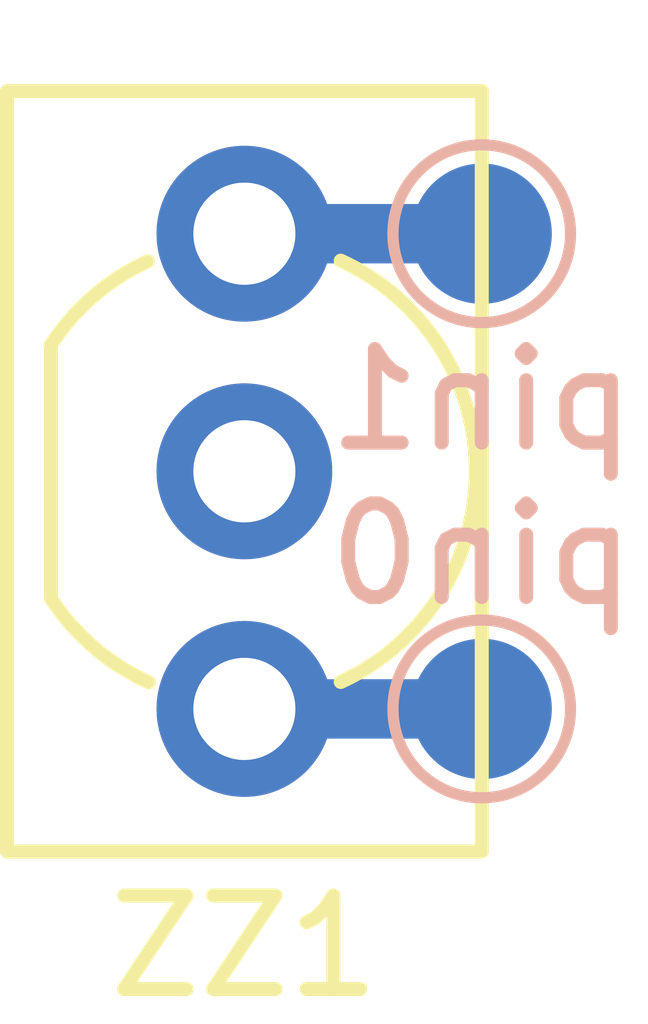
<source format=kicad_pcb>
(kicad_pcb (version 20171130) (host pcbnew "(5.1.9-0-10_14)")

  (general
    (thickness 1.6)
    (drawings 2)
    (tracks 2)
    (zones 0)
    (modules 3)
    (nets 4)
  )

  (page A4)
  (layers
    (0 F.Cu signal)
    (31 B.Cu signal)
    (32 B.Adhes user)
    (33 F.Adhes user)
    (34 B.Paste user)
    (35 F.Paste user)
    (36 B.SilkS user)
    (37 F.SilkS user)
    (38 B.Mask user)
    (39 F.Mask user)
    (40 Dwgs.User user)
    (41 Cmts.User user)
    (42 Eco1.User user)
    (43 Eco2.User user)
    (44 Edge.Cuts user)
    (45 Margin user)
    (46 B.CrtYd user hide)
    (47 F.CrtYd user hide)
    (48 B.Fab user hide)
    (49 F.Fab user hide)
  )

  (setup
    (last_trace_width 0.1524)
    (user_trace_width 0.1524)
    (user_trace_width 0.254)
    (user_trace_width 0.4064)
    (user_trace_width 0.635)
    (trace_clearance 0.1524)
    (zone_clearance 0.508)
    (zone_45_only no)
    (trace_min 0.1524)
    (via_size 0.6858)
    (via_drill 0.3048)
    (via_min_size 0.6858)
    (via_min_drill 0.3048)
    (uvia_size 0.3048)
    (uvia_drill 0.1524)
    (uvias_allowed no)
    (uvia_min_size 0.2)
    (uvia_min_drill 0.1)
    (edge_width 0.15)
    (segment_width 0.15)
    (pcb_text_width 0.3)
    (pcb_text_size 1.5 1.5)
    (mod_edge_width 0.15)
    (mod_text_size 1 1)
    (mod_text_width 0.15)
    (pad_size 1.524 1.524)
    (pad_drill 0.762)
    (pad_to_mask_clearance 0.2)
    (aux_axis_origin 0 0)
    (visible_elements FFFFFF7F)
    (pcbplotparams
      (layerselection 0x010fc_ffffffff)
      (usegerberextensions false)
      (usegerberattributes false)
      (usegerberadvancedattributes false)
      (creategerberjobfile false)
      (excludeedgelayer true)
      (linewidth 0.100000)
      (plotframeref false)
      (viasonmask false)
      (mode 1)
      (useauxorigin false)
      (hpglpennumber 1)
      (hpglpenspeed 20)
      (hpglpendiameter 15.000000)
      (psnegative false)
      (psa4output false)
      (plotreference true)
      (plotvalue true)
      (plotinvisibletext false)
      (padsonsilk false)
      (subtractmaskfromsilk false)
      (outputformat 1)
      (mirror false)
      (drillshape 1)
      (scaleselection 1)
      (outputdirectory ""))
  )

  (net 0 "")
  (net 1 +3V3)
  (net 2 "Net-(Pin0-Pad1)")
  (net 3 "Net-(Pin1-Pad1)")

  (net_class Default "This is the default net class."
    (clearance 0.1524)
    (trace_width 0.1524)
    (via_dia 0.6858)
    (via_drill 0.3048)
    (uvia_dia 0.3048)
    (uvia_drill 0.1524)
    (diff_pair_width 0.1524)
    (diff_pair_gap 0.1524)
    (add_net +3V3)
    (add_net "Net-(Pin0-Pad1)")
    (add_net "Net-(Pin1-Pad1)")
  )

  (module Switch_Thonk:SW_SPDT_Dailywell locked (layer F.Cu) (tedit 5FD26190) (tstamp 608ACBB9)
    (at 0 0)
    (path /5FD259E4)
    (fp_text reference ZZ1 (at 0 5.08) (layer F.SilkS)
      (effects (font (size 1 1) (thickness 0.15)))
    )
    (fp_text value SW_SPDT (at 0 -5.08) (layer F.Fab)
      (effects (font (size 1 1) (thickness 0.15)))
    )
    (fp_line (start -2.0701 -1.35128) (end -2.0701 1.35128) (layer F.SilkS) (width 0.15))
    (fp_line (start 2.54 -4.064) (end 2.54 4.064) (layer F.SilkS) (width 0.15))
    (fp_line (start -2.54 -4.064) (end -2.54 4.064) (layer F.SilkS) (width 0.15))
    (fp_line (start -2.54 4.064) (end 2.54 4.064) (layer F.SilkS) (width 0.15))
    (fp_line (start -2.54 -4.064) (end 2.54 -4.064) (layer F.SilkS) (width 0.15))
    (fp_arc (start 0 0) (end 2.4765 0) (angle -65.38985762) (layer F.SilkS) (width 0.15))
    (fp_arc (start 0 0) (end -1.033779 -2.245359) (angle -32.27419574) (layer F.SilkS) (width 0.15))
    (fp_arc (start 0 0) (end 2.4765 0) (angle 65.4) (layer F.SilkS) (width 0.15))
    (fp_arc (start 0 0) (end -2.070099 1.358899) (angle -32.3) (layer F.SilkS) (width 0.15))
    (pad 2 thru_hole circle (at 0 0) (size 1.8796 1.8796) (drill 1.0922) (layers *.Cu *.Mask)
      (net 1 +3V3))
    (pad 3 thru_hole circle (at 0 -2.54) (size 1.8796 1.8796) (drill 1.0922) (layers *.Cu *.Mask)
      (net 3 "Net-(Pin1-Pad1)"))
    (pad 1 thru_hole circle (at 0 2.54) (size 1.8796 1.8796) (drill 1.0922) (layers *.Cu *.Mask)
      (net 2 "Net-(Pin0-Pad1)"))
  )

  (module TestPoint:TestPoint_Pad_D1.5mm (layer B.Cu) (tedit 5A0F774F) (tstamp 60B93836)
    (at 2.54 2.54 180)
    (descr "SMD pad as test Point, diameter 1.5mm")
    (tags "test point SMD pad")
    (path /60B942BC)
    (attr virtual)
    (fp_text reference Pin0 (at 0 1.648) (layer B.SilkS) hide
      (effects (font (size 1 1) (thickness 0.15)) (justify mirror))
    )
    (fp_text value TestPoint (at 0 -1.75) (layer B.Fab)
      (effects (font (size 1 1) (thickness 0.15)) (justify mirror))
    )
    (fp_circle (center 0 0) (end 0 -0.95) (layer B.SilkS) (width 0.12))
    (fp_circle (center 0 0) (end 1.25 0) (layer B.CrtYd) (width 0.05))
    (fp_text user %R (at 0 1.65) (layer B.Fab)
      (effects (font (size 1 1) (thickness 0.15)) (justify mirror))
    )
    (pad 1 smd circle (at 0 0 180) (size 1.5 1.5) (layers B.Cu B.Mask)
      (net 2 "Net-(Pin0-Pad1)"))
  )

  (module TestPoint:TestPoint_Pad_D1.5mm (layer B.Cu) (tedit 5A0F774F) (tstamp 60B938BE)
    (at 2.54 -2.54 180)
    (descr "SMD pad as test Point, diameter 1.5mm")
    (tags "test point SMD pad")
    (path /60B947FF)
    (attr virtual)
    (fp_text reference Pin1 (at 0 -1.778) (layer B.SilkS) hide
      (effects (font (size 1 1) (thickness 0.15)) (justify mirror))
    )
    (fp_text value TestPoint (at 0 -1.75) (layer B.Fab)
      (effects (font (size 1 1) (thickness 0.15)) (justify mirror))
    )
    (fp_circle (center 0 0) (end 1.25 0) (layer B.CrtYd) (width 0.05))
    (fp_circle (center 0 0) (end 0 -0.95) (layer B.SilkS) (width 0.12))
    (fp_text user %R (at 0 1.65) (layer B.Fab)
      (effects (font (size 1 1) (thickness 0.15)) (justify mirror))
    )
    (pad 1 smd circle (at 0 0 180) (size 1.5 1.5) (layers B.Cu B.Mask)
      (net 3 "Net-(Pin1-Pad1)"))
  )

  (gr_text pin0 (at 2.54 0.889) (layer B.SilkS) (tstamp 60BA58BD)
    (effects (font (size 1 1) (thickness 0.15)) (justify mirror))
  )
  (gr_text pin1 (at 2.54 -0.762) (layer B.SilkS)
    (effects (font (size 1 1) (thickness 0.15)) (justify mirror))
  )

  (segment (start 0 2.54) (end 2.54 2.54) (width 0.635) (layer B.Cu) (net 2))
  (segment (start 0 -2.54) (end 2.54 -2.54) (width 0.635) (layer B.Cu) (net 3))

)

</source>
